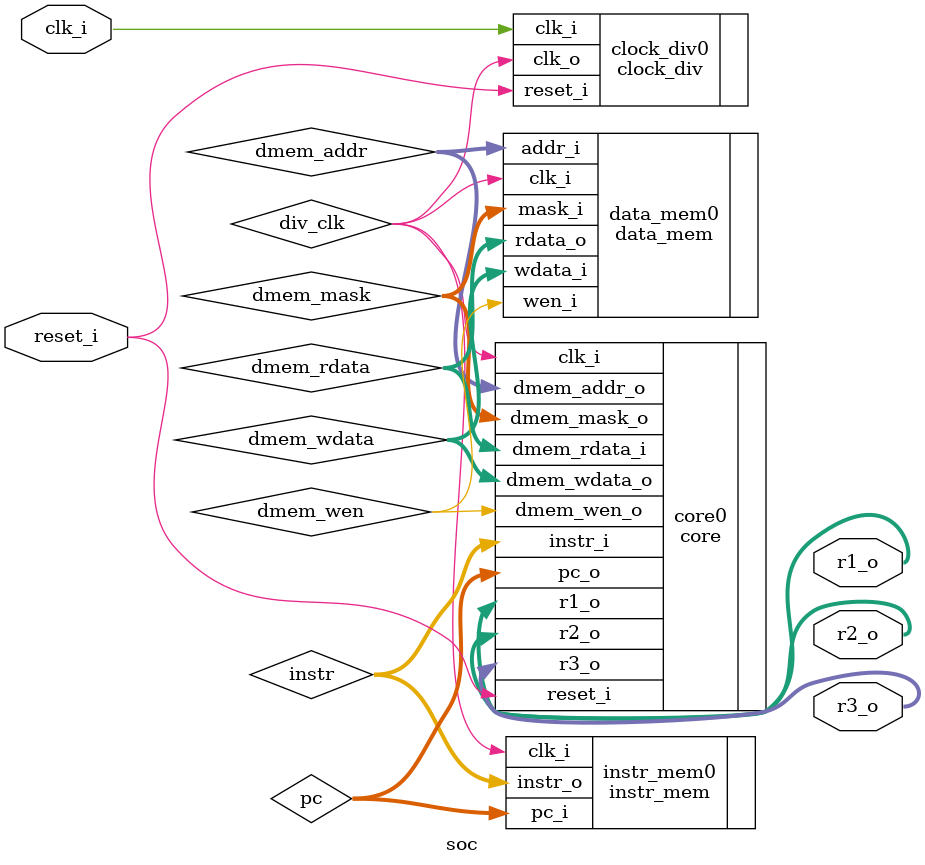
<source format=v>
`timescale 1ns/1ps

`include "./clock_div.v"
`include "./core.v"
`include "./data_mem.v"
`include "./instr_mem.v"

module soc
#(
    parameter CLK_FREQ = 100 * (10**6), // clock frequency; 100MHz
    parameter CORE_FREQ = 1 * (10**6),  // clock frequency to use in core; 1MHz
    parameter IMEM_SIZE = 1024,         // instruction memory size in bytes
    parameter DMEM_SIZE = 1024          // data memory size in bytes
)
(
    input wire clk_i,   // clock
    input wire reset_i, // reset

    // debug ports
    output wire [31:0] r1_o,
    output wire [31:0] r2_o,
    output wire [31:0] r3_o
);
    // constants
    localparam CLK_DIVISOR = CLK_FREQ / CORE_FREQ; // amount to divide clock by

    // wires/regs
    wire div_clk;           // divided clock signal
    wire [31:0] pc;         // program counter
    wire [31:0] instr;      // instruction
    wire dmem_wen;          // data memory write enable
    wire [2:0] dmem_mask;   // data memory write mask
    wire [31:0] dmem_addr;  // data memory address
    wire [31:0] dmem_wdata; // data to write to data memory
    wire [31:0] dmem_rdata; // data read from data memory

    // generate core clock signal
    clock_div #(
        .DIVISOR(CLK_DIVISOR)
    ) clock_div0 (
        .clk_i(clk_i),
        .reset_i(reset_i),
        .clk_o(div_clk)
    );

    // RISC-V core
    core core0 (
        .clk_i(div_clk),
        .reset_i(reset_i),
        .instr_i(instr),
        .dmem_rdata_i(dmem_rdata),

        .pc_o(pc),
        .dmem_addr_o(dmem_addr),
        .dmem_wdata_o(dmem_wdata),
        .dmem_mask_o(dmem_mask),
        .dmem_wen_o(dmem_wen),

        // debug ports
        .r1_o(r1_o),
        .r2_o(r2_o),
        .r3_o(r3_o)
    );

    // instruction memory
    instr_mem #(
        .MEM_SIZE(IMEM_SIZE)
    ) instr_mem0 (
        .clk_i(div_clk),
        .pc_i(pc),
        .instr_o(instr)
    );
    
    // data memory
    data_mem #(
        .MEM_SIZE(DMEM_SIZE)
    ) data_mem0 (
        .clk_i(div_clk),
        .wen_i(dmem_wen),
        .mask_i(dmem_mask),
        .addr_i(dmem_addr),
        .wdata_i(dmem_wdata),
        .rdata_o(dmem_rdata)
    );

endmodule

</source>
